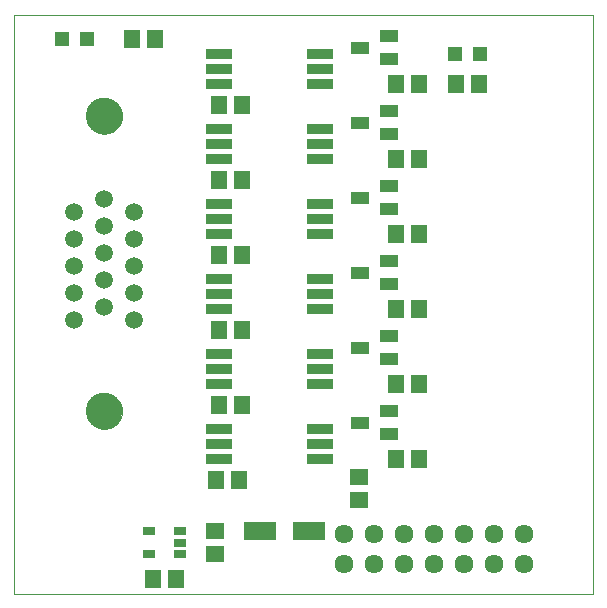
<source format=gts>
G75*
%MOIN*%
%OFA0B0*%
%FSLAX24Y24*%
%IPPOS*%
%LPD*%
%AMOC8*
5,1,8,0,0,1.08239X$1,22.5*
%
%ADD10C,0.0000*%
%ADD11R,0.0552X0.0631*%
%ADD12R,0.0512X0.0512*%
%ADD13C,0.0594*%
%ADD14C,0.1221*%
%ADD15R,0.0591X0.0434*%
%ADD16R,0.0890X0.0340*%
%ADD17C,0.0634*%
%ADD18R,0.0631X0.0552*%
%ADD19R,0.1064X0.0591*%
%ADD20R,0.0430X0.0312*%
D10*
X004062Y003000D02*
X004062Y022292D01*
X023353Y022292D01*
X023353Y003000D01*
X004062Y003000D01*
X006471Y009079D02*
X006473Y009127D01*
X006479Y009175D01*
X006489Y009222D01*
X006502Y009268D01*
X006520Y009313D01*
X006540Y009357D01*
X006565Y009399D01*
X006593Y009438D01*
X006623Y009475D01*
X006657Y009509D01*
X006694Y009541D01*
X006732Y009570D01*
X006773Y009595D01*
X006816Y009617D01*
X006861Y009635D01*
X006907Y009649D01*
X006954Y009660D01*
X007002Y009667D01*
X007050Y009670D01*
X007098Y009669D01*
X007146Y009664D01*
X007194Y009655D01*
X007240Y009643D01*
X007285Y009626D01*
X007329Y009606D01*
X007371Y009583D01*
X007411Y009556D01*
X007449Y009526D01*
X007484Y009493D01*
X007516Y009457D01*
X007546Y009419D01*
X007572Y009378D01*
X007594Y009335D01*
X007614Y009291D01*
X007629Y009246D01*
X007641Y009199D01*
X007649Y009151D01*
X007653Y009103D01*
X007653Y009055D01*
X007649Y009007D01*
X007641Y008959D01*
X007629Y008912D01*
X007614Y008867D01*
X007594Y008823D01*
X007572Y008780D01*
X007546Y008739D01*
X007516Y008701D01*
X007484Y008665D01*
X007449Y008632D01*
X007411Y008602D01*
X007371Y008575D01*
X007329Y008552D01*
X007285Y008532D01*
X007240Y008515D01*
X007194Y008503D01*
X007146Y008494D01*
X007098Y008489D01*
X007050Y008488D01*
X007002Y008491D01*
X006954Y008498D01*
X006907Y008509D01*
X006861Y008523D01*
X006816Y008541D01*
X006773Y008563D01*
X006732Y008588D01*
X006694Y008617D01*
X006657Y008649D01*
X006623Y008683D01*
X006593Y008720D01*
X006565Y008759D01*
X006540Y008801D01*
X006520Y008845D01*
X006502Y008890D01*
X006489Y008936D01*
X006479Y008983D01*
X006473Y009031D01*
X006471Y009079D01*
X006471Y018921D02*
X006473Y018969D01*
X006479Y019017D01*
X006489Y019064D01*
X006502Y019110D01*
X006520Y019155D01*
X006540Y019199D01*
X006565Y019241D01*
X006593Y019280D01*
X006623Y019317D01*
X006657Y019351D01*
X006694Y019383D01*
X006732Y019412D01*
X006773Y019437D01*
X006816Y019459D01*
X006861Y019477D01*
X006907Y019491D01*
X006954Y019502D01*
X007002Y019509D01*
X007050Y019512D01*
X007098Y019511D01*
X007146Y019506D01*
X007194Y019497D01*
X007240Y019485D01*
X007285Y019468D01*
X007329Y019448D01*
X007371Y019425D01*
X007411Y019398D01*
X007449Y019368D01*
X007484Y019335D01*
X007516Y019299D01*
X007546Y019261D01*
X007572Y019220D01*
X007594Y019177D01*
X007614Y019133D01*
X007629Y019088D01*
X007641Y019041D01*
X007649Y018993D01*
X007653Y018945D01*
X007653Y018897D01*
X007649Y018849D01*
X007641Y018801D01*
X007629Y018754D01*
X007614Y018709D01*
X007594Y018665D01*
X007572Y018622D01*
X007546Y018581D01*
X007516Y018543D01*
X007484Y018507D01*
X007449Y018474D01*
X007411Y018444D01*
X007371Y018417D01*
X007329Y018394D01*
X007285Y018374D01*
X007240Y018357D01*
X007194Y018345D01*
X007146Y018336D01*
X007098Y018331D01*
X007050Y018330D01*
X007002Y018333D01*
X006954Y018340D01*
X006907Y018351D01*
X006861Y018365D01*
X006816Y018383D01*
X006773Y018405D01*
X006732Y018430D01*
X006694Y018459D01*
X006657Y018491D01*
X006623Y018525D01*
X006593Y018562D01*
X006565Y018601D01*
X006540Y018643D01*
X006520Y018687D01*
X006502Y018732D01*
X006489Y018778D01*
X006479Y018825D01*
X006473Y018873D01*
X006471Y018921D01*
D11*
X007988Y021500D03*
X008736Y021500D03*
X010888Y019300D03*
X011636Y019300D03*
X011636Y016800D03*
X010888Y016800D03*
X010888Y014300D03*
X011636Y014300D03*
X011636Y011800D03*
X010888Y011800D03*
X010888Y009300D03*
X011636Y009300D03*
X011536Y006800D03*
X010788Y006800D03*
X009436Y003500D03*
X008688Y003500D03*
X016788Y007500D03*
X017536Y007500D03*
X017536Y010000D03*
X016788Y010000D03*
X016788Y012500D03*
X017536Y012500D03*
X017536Y015000D03*
X016788Y015000D03*
X016788Y017500D03*
X017536Y017500D03*
X017536Y020000D03*
X016788Y020000D03*
X018788Y020000D03*
X019536Y020000D03*
D12*
X019575Y021000D03*
X018749Y021000D03*
X006475Y021500D03*
X005649Y021500D03*
D13*
X007062Y016155D03*
X007062Y015255D03*
X007062Y014355D03*
X007062Y013455D03*
X007062Y012555D03*
X008062Y013005D03*
X008062Y013905D03*
X008062Y014805D03*
X008062Y015705D03*
X006062Y015705D03*
X006062Y014805D03*
X006062Y013905D03*
X006062Y013005D03*
X006062Y012105D03*
X008062Y012105D03*
D14*
X007062Y009079D03*
X007062Y018921D03*
D15*
X015589Y018700D03*
X016534Y018326D03*
X016534Y019074D03*
X016534Y020826D03*
X016534Y021574D03*
X015589Y021200D03*
X016534Y016574D03*
X016534Y015826D03*
X015589Y016200D03*
X016534Y014074D03*
X016534Y013326D03*
X015589Y013700D03*
X016534Y011574D03*
X016534Y010826D03*
X015589Y011200D03*
X016534Y009074D03*
X016534Y008326D03*
X015589Y008700D03*
D16*
X014242Y008500D03*
X014242Y008000D03*
X014242Y007500D03*
X014242Y010000D03*
X014242Y010500D03*
X014242Y011000D03*
X014242Y012500D03*
X014242Y013000D03*
X014242Y013500D03*
X014242Y015000D03*
X014242Y015500D03*
X014242Y016000D03*
X014242Y017500D03*
X014242Y018000D03*
X014242Y018500D03*
X014242Y020000D03*
X014242Y020500D03*
X014242Y021000D03*
X010882Y021000D03*
X010882Y020500D03*
X010882Y020000D03*
X010882Y018500D03*
X010882Y018000D03*
X010882Y017500D03*
X010882Y016000D03*
X010882Y015500D03*
X010882Y015000D03*
X010882Y013500D03*
X010882Y013000D03*
X010882Y012500D03*
X010882Y011000D03*
X010882Y010500D03*
X010882Y010000D03*
X010882Y008500D03*
X010882Y008000D03*
X010882Y007500D03*
D17*
X015062Y005000D03*
X015062Y004000D03*
X016062Y004000D03*
X017062Y004000D03*
X018062Y004000D03*
X018062Y005000D03*
X017062Y005000D03*
X016062Y005000D03*
X019062Y005000D03*
X019062Y004000D03*
X020062Y004000D03*
X021062Y004000D03*
X021062Y005000D03*
X020062Y005000D03*
D18*
X015562Y006126D03*
X015562Y006874D03*
X010762Y005074D03*
X010762Y004326D03*
D19*
X012255Y005100D03*
X013869Y005100D03*
D20*
X009570Y005074D03*
X009570Y004700D03*
X009570Y004326D03*
X008550Y004326D03*
X008550Y005074D03*
M02*

</source>
